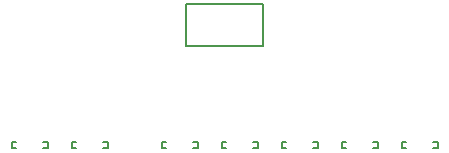
<source format=gto>
G75*
G70*
%OFA0B0*%
%FSLAX24Y24*%
%IPPOS*%
%LPD*%
%AMOC8*
5,1,8,0,0,1.08239X$1,22.5*
%
%ADD10C,0.0050*%
%ADD11C,0.0060*%
D10*
X006402Y004481D02*
X008961Y004481D01*
X008961Y005882D01*
X006402Y005882D01*
X006402Y004481D01*
D11*
X000731Y001081D02*
X000581Y001081D01*
X000581Y001281D01*
X000731Y001281D01*
X001631Y001281D02*
X001781Y001281D01*
X001781Y001081D01*
X001631Y001081D01*
X002581Y001081D02*
X002731Y001081D01*
X002581Y001081D02*
X002581Y001281D01*
X002731Y001281D01*
X003631Y001281D02*
X003781Y001281D01*
X003781Y001081D01*
X003631Y001081D01*
X005581Y001081D02*
X005731Y001081D01*
X005581Y001081D02*
X005581Y001281D01*
X005731Y001281D01*
X006631Y001281D02*
X006781Y001281D01*
X006781Y001081D01*
X006631Y001081D01*
X007581Y001081D02*
X007731Y001081D01*
X007581Y001081D02*
X007581Y001281D01*
X007731Y001281D01*
X008631Y001281D02*
X008781Y001281D01*
X008781Y001081D01*
X008631Y001081D01*
X009581Y001081D02*
X009731Y001081D01*
X009581Y001081D02*
X009581Y001281D01*
X009731Y001281D01*
X010631Y001281D02*
X010781Y001281D01*
X010781Y001081D01*
X010631Y001081D01*
X011581Y001081D02*
X011731Y001081D01*
X011581Y001081D02*
X011581Y001281D01*
X011731Y001281D01*
X012631Y001281D02*
X012781Y001281D01*
X012781Y001081D01*
X012631Y001081D01*
X013581Y001081D02*
X013731Y001081D01*
X013581Y001081D02*
X013581Y001281D01*
X013731Y001281D01*
X014631Y001281D02*
X014781Y001281D01*
X014781Y001081D01*
X014631Y001081D01*
M02*

</source>
